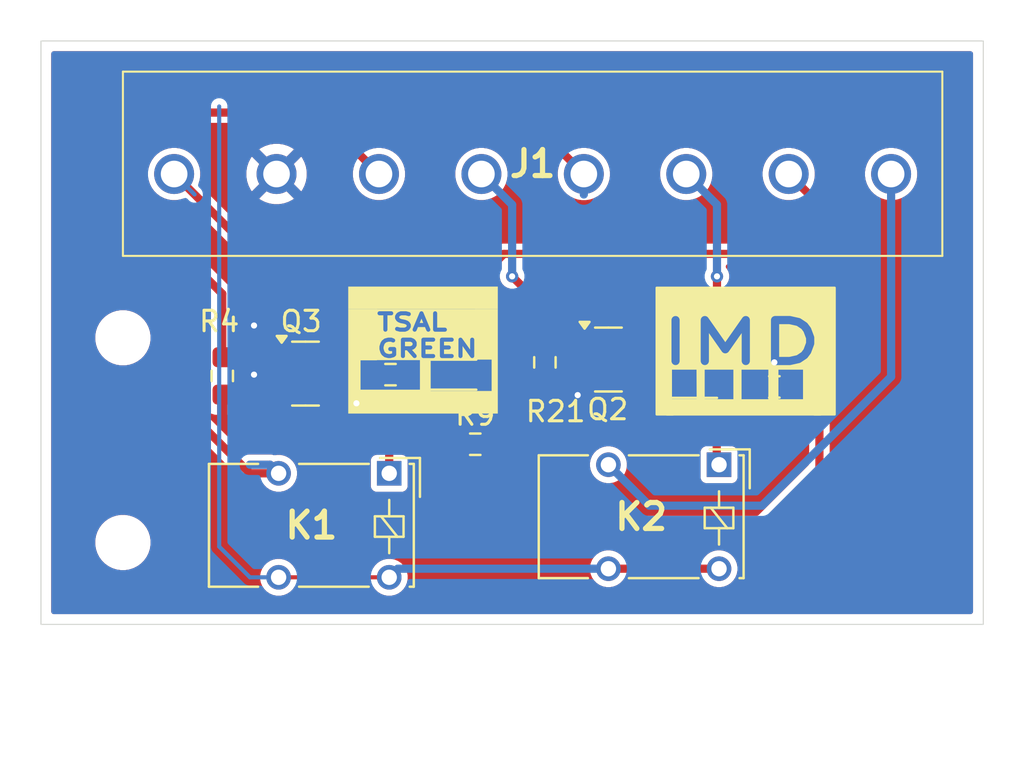
<source format=kicad_pcb>
(kicad_pcb (version 20241229) (generator "pcbnew") (generator_version "9.0")
  (layers (0 "F.Cu" signal) (2 "B.Cu" signal) (13 "F.Paste" user) (15 "B.Paste" user) (5 "F.SilkS" user "F.Silkscreen") (7 "B.SilkS" user "B.Silkscreen") (1 "F.Mask" user) (3 "B.Mask" user) (25 "Edge.Cuts" user))
  (net 0 "")
  (net 1 "+24V")
  (net 2 "Net-(D2-K)")
  (net 3 "GND")
  (net 4 "/TSAL_GREEN")
  (net 5 "/IMD")
  (net 6 "/IMD_LED")
  (net 7 "/bulb_imd+")
  (net 8 "/bulb+")
  (net 9 "/TSAL_LED")
  (net 10 "Net-(K1-COIL_1)")
  (footprint "MountingHole:MountingHole_2.2mm_M2" (layer "F.Cu") (at 83 91.5)
    (property "Reference" "H1" (hide yes))
    (property "Value" "MountingHole" (hide yes))
    (pad "" np_thru_hole circle (at 0 0) (size 2.2 2.2) (drill 2.2) (layers "*.Cu" "*.Mask"))
  )
  (footprint "MountingHole:MountingHole_2.2mm_M2" (layer "F.Cu") (at 83 81.5)
    (property "Reference" "H2" (hide yes))
    (property "Value" "MountingHole" (hide yes))
    (pad "" np_thru_hole circle (at 0 0) (size 2.2 2.2) (drill 2.2) (layers "*.Cu" "*.Mask"))
  )
  (footprint "Resistor_SMD:R_0603_1608Metric_Pad0.98x0.95mm_HandSolder" (layer "F.Cu") (at 96.0625 83.3)
    (property "Reference" "R7" (hide yes))
    (property "Value" "2.2k" (hide yes))
    (fp_line (start -0.254724 -0.5225) (end 0.254724 -0.5225) (stroke (width 0.12)) (layer "F.SilkS"))
    (fp_line (start -0.254724 0.5225) (end 0.254724 0.5225) (stroke (width 0.12)) (layer "F.SilkS"))
    (pad "1" smd roundrect (at -0.9125 0) (size 0.975 0.95) (layers "F.Cu" "F.Mask" "F.Paste") (net 10 "Net-(K1-COIL_1)"))
    (pad "2" smd roundrect (at 0.9125 0) (size 0.975 0.95) (layers "F.Cu" "F.Mask" "F.Paste") (net 2 "Net-(D2-K)"))
  )
  (footprint "Package_TO_SOT_SMD:SOT-23" (layer "F.Cu") (at 106.7 82.5625)
    (property "Reference" "Q2" (at -0.0375 2.4375 0) (layer "F.SilkS"))
    (property "Value" "~" (hide yes))
    (fp_line (start 0 -1.56) (end -0.65 -1.56) (stroke (width 0.12)) (layer "F.SilkS"))
    (fp_line (start 0 -1.56) (end 0.65 -1.56) (stroke (width 0.12)) (layer "F.SilkS"))
    (fp_line (start 0 1.56) (end -0.65 1.56) (stroke (width 0.12)) (layer "F.SilkS"))
    (fp_line (start 0 1.56) (end 0.65 1.56) (stroke (width 0.12)) (layer "F.SilkS"))
    (fp_poly (pts (xy -1.1625 -1.51) (xy -1.4025 -1.84) (xy -0.9225 -1.84)) (stroke (width 0.12)) (fill yes) (layer "F.SilkS"))
    (pad "1" smd roundrect (at -0.9375 -0.95) (size 1.475 0.6) (layers "F.Cu" "F.Mask" "F.Paste") (net 5 "/IMD"))
    (pad "2" smd roundrect (at -0.9375 0.95) (size 1.475 0.6) (layers "F.Cu" "F.Mask" "F.Paste") (net 3 "GND"))
    (pad "3" smd roundrect (at 0.9375 0) (size 1.475 0.6) (layers "F.Cu" "F.Mask" "F.Paste") (net 6 "/IMD_LED"))
  )
  (footprint "Include:IMB03ITS" (layer "F.Cu") (at 112.1 87.7 180)
    (property "Reference" "K2" (at 3.8 -2.54 0) (layer "F.SilkS") (effects (font (size 1.27 1.27) (thickness 0.254))))
    (property "Value" "IMB03ITS" (hide yes))
    (fp_line (start 8.8 0.46) (end 8.8 -5.54) (stroke (width 0.12)) (layer "F.SilkS"))
    (fp_line (start 8.8 -5.54) (end 6.4 -5.54) (stroke (width 0.12)) (layer "F.SilkS"))
    (fp_line (start 6.4 0.46) (end 8.8 0.46) (stroke (width 0.12)) (layer "F.SilkS"))
    (fp_line (start 1 0.46) (end 4.4 0.46) (stroke (width 0.12)) (layer "F.SilkS"))
    (fp_line (start 1 -5.54) (end 4.4 -5.54) (stroke (width 0.12)) (layer "F.SilkS"))
    (fp_line (start 0.7 -3.1) (end 0.7 -2.1) (stroke (width 0.12)) (layer "F.SilkS"))
    (fp_line (start 0.7 -3.1) (end -0.7 -3.1) (stroke (width 0.12)) (layer "F.SilkS"))
    (fp_line (start 0.45 0.75) (end -1.5 0.75) (stroke (width 0.12)) (layer "F.SilkS"))
    (fp_line (start 0.4 -2.1) (end -0.4 -3.1) (stroke (width 0.12)) (layer "F.SilkS"))
    (fp_line (start 0 -2.1) (end 0 -1.3) (stroke (width 0.12)) (layer "F.SilkS"))
    (fp_line (start 0 -3.1) (end 0 -3.9) (stroke (width 0.12)) (layer "F.SilkS"))
    (fp_line (start -0.7 -2.1) (end 0.7 -2.1) (stroke (width 0.12)) (layer "F.SilkS"))
    (fp_line (start -0.7 -3.1) (end -0.7 -2.1) (stroke (width 0.12)) (layer "F.SilkS"))
    (fp_line (start -1 -5.54) (end -1.2 -5.54) (stroke (width 0.12)) (layer "F.SilkS"))
    (fp_line (start -1.2 0.46) (end -1 0.46) (stroke (width 0.12)) (layer "F.SilkS"))
    (fp_line (start -1.2 -5.54) (end -1.2 0.46) (stroke (width 0.12)) (layer "F.SilkS"))
    (fp_line (start -1.5 0.75) (end -1.5 -1.15) (stroke (width 0.12)) (layer "F.SilkS"))
    (pad "1" thru_hole rect (at 0 0 180) (size 1.2 1.2) (drill 0.75) (layers "*.Cu" "*.Mask") (net 6 "/IMD_LED"))
    (pad "3" thru_hole circle (at 5.4 0 180) (size 1.2 1.2) (drill 0.75) (layers "*.Cu" "*.Mask") (net 7 "/bulb_imd+"))
    (pad "6" thru_hole circle (at 5.4 -5.08 180) (size 1.2 1.2) (drill 0.75) (layers "*.Cu" "*.Mask") (net 1 "+24V"))
    (pad "8" thru_hole circle (at 0 -5.08 180) (size 1.2 1.2) (drill 0.75) (layers "*.Cu" "*.Mask") (net 1 "+24V"))
  )
  (footprint "Resistor_SMD:R_0603_1608Metric_Pad0.98x0.95mm_HandSolder" (layer "F.Cu") (at 87.85 83.3625 90)
    (property "Reference" "R4" (at 2.6625 -0.15 180) (layer "F.SilkS"))
    (property "Value" "10k" (hide yes))
    (fp_line (start -0.254724 -0.5225) (end 0.254724 -0.5225) (stroke (width 0.12)) (layer "F.SilkS"))
    (fp_line (start -0.254724 0.5225) (end 0.254724 0.5225) (stroke (width 0.12)) (layer "F.SilkS"))
    (pad "1" smd roundrect (at -0.9125 0 90) (size 0.975 0.95) (layers "F.Cu" "F.Mask" "F.Paste") (net 3 "GND"))
    (pad "2" smd roundrect (at 0.9125 0 90) (size 0.975 0.95) (layers "F.Cu" "F.Mask" "F.Paste") (net 4 "/TSAL_GREEN"))
  )
  (footprint "Resistor_SMD:R_0603_1608Metric_Pad0.98x0.95mm_HandSolder" (layer "F.Cu") (at 100.2 86.7)
    (property "Reference" "R9" (at 0 -1.43 0) (layer "F.SilkS"))
    (property "Value" "2.2k")
    (fp_line (start -0.254724 -0.5225) (end 0.254724 -0.5225) (stroke (width 0.12)) (layer "F.SilkS"))
    (fp_line (start -0.254724 0.5225) (end 0.254724 0.5225) (stroke (width 0.12)) (layer "F.SilkS"))
    (pad "1" smd roundrect (at -0.9125 0) (size 0.975 0.95) (layers "F.Cu" "F.Mask" "F.Paste") (net 10 "Net-(K1-COIL_1)"))
    (pad "2" smd roundrect (at 0.9125 0) (size 0.975 0.95) (layers "F.Cu" "F.Mask" "F.Paste") (net 9 "/TSAL_LED"))
  )
  (footprint "LED_SMD:LED_0603_1608Metric" (layer "F.Cu") (at 111.2 83.7)
    (property "Reference" "D3" (hide yes))
    (property "Value" "LED" (hide yes))
    (fp_line (start -1.485 -0.735) (end -1.485 0.735) (stroke (width 0.12)) (layer "F.SilkS"))
    (fp_line (start -1.485 0.735) (end 0.8 0.735) (stroke (width 0.12)) (layer "F.SilkS"))
    (fp_line (start 0.8 -0.735) (end -1.485 -0.735) (stroke (width 0.12)) (layer "F.SilkS"))
    (pad "1" smd roundrect (at -0.7875 0) (size 0.875 0.95) (layers "F.Cu" "F.Mask" "F.Paste") (net 3 "GND"))
    (pad "2" smd roundrect (at 0.7875 0) (size 0.875 0.95) (layers "F.Cu" "F.Mask" "F.Paste") (net 6 "/IMD_LED"))
  )
  (footprint "LED_SMD:LED_0603_1608Metric" (layer "F.Cu") (at 99.45 83.3)
    (property "Reference" "D2" (hide yes))
    (property "Value" "LED" (hide yes))
    (fp_line (start -1.485 -0.735) (end -1.485 0.735) (stroke (width 0.12)) (layer "F.SilkS"))
    (fp_line (start -1.485 0.735) (end 0.8 0.735) (stroke (width 0.12)) (layer "F.SilkS"))
    (fp_line (start 0.8 -0.735) (end -1.485 -0.735) (stroke (width 0.12)) (layer "F.SilkS"))
    (pad "1" smd roundrect (at -0.7875 0) (size 0.875 0.95) (layers "F.Cu" "F.Mask" "F.Paste") (net 2 "Net-(D2-K)"))
    (pad "2" smd roundrect (at 0.7875 0) (size 0.875 0.95) (layers "F.Cu" "F.Mask" "F.Paste") (net 1 "+24V"))
  )
  (footprint "Package_TO_SOT_SMD:SOT-23" (layer "F.Cu") (at 91.9125 83.25)
    (property "Reference" "Q3" (at -0.2125 -2.55 0) (layer "F.SilkS"))
    (property "Value" "~" (hide yes))
    (fp_line (start 0 -1.56) (end -0.65 -1.56) (stroke (width 0.12)) (layer "F.SilkS"))
    (fp_line (start 0 -1.56) (end 0.65 -1.56) (stroke (width 0.12)) (layer "F.SilkS"))
    (fp_line (start 0 1.56) (end -0.65 1.56) (stroke (width 0.12)) (layer "F.SilkS"))
    (fp_line (start 0 1.56) (end 0.65 1.56) (stroke (width 0.12)) (layer "F.SilkS"))
    (fp_poly (pts (xy -1.1625 -1.51) (xy -1.4025 -1.84) (xy -0.9225 -1.84)) (stroke (width 0.12)) (fill yes) (layer "F.SilkS"))
    (pad "1" smd roundrect (at -0.9375 -0.95) (size 1.475 0.6) (layers "F.Cu" "F.Mask" "F.Paste") (net 4 "/TSAL_GREEN"))
    (pad "2" smd roundrect (at -0.9375 0.95) (size 1.475 0.6) (layers "F.Cu" "F.Mask" "F.Paste") (net 3 "GND"))
    (pad "3" smd roundrect (at 0.9375 0) (size 1.475 0.6) (layers "F.Cu" "F.Mask" "F.Paste") (net 10 "Net-(K1-COIL_1)"))
  )
  (footprint "Include:IMB03ITS" (layer "F.Cu") (at 96 88.12 180)
    (property "Reference" "K1" (at 3.8 -2.54 0) (layer "F.SilkS") (effects (font (size 1.27 1.27) (thickness 0.254))))
    (property "Value" "IMB03ITS" (hide yes))
    (fp_line (start 8.8 0.46) (end 8.8 -5.54) (stroke (width 0.12)) (layer "F.SilkS"))
    (fp_line (start 8.8 -5.54) (end 6.4 -5.54) (stroke (width 0.12)) (layer "F.SilkS"))
    (fp_line (start 6.4 0.46) (end 8.8 0.46) (stroke (width 0.12)) (layer "F.SilkS"))
    (fp_line (start 1 0.46) (end 4.4 0.46) (stroke (width 0.12)) (layer "F.SilkS"))
    (fp_line (start 1 -5.54) (end 4.4 -5.54) (stroke (width 0.12)) (layer "F.SilkS"))
    (fp_line (start 0.7 -3.1) (end 0.7 -2.1) (stroke (width 0.12)) (layer "F.SilkS"))
    (fp_line (start 0.7 -3.1) (end -0.7 -3.1) (stroke (width 0.12)) (layer "F.SilkS"))
    (fp_line (start 0.45 0.75) (end -1.5 0.75) (stroke (width 0.12)) (layer "F.SilkS"))
    (fp_line (start 0.4 -2.1) (end -0.4 -3.1) (stroke (width 0.12)) (layer "F.SilkS"))
    (fp_line (start 0 -2.1) (end 0 -1.3) (stroke (width 0.12)) (layer "F.SilkS"))
    (fp_line (start 0 -3.1) (end 0 -3.9) (stroke (width 0.12)) (layer "F.SilkS"))
    (fp_line (start -0.7 -2.1) (end 0.7 -2.1) (stroke (width 0.12)) (layer "F.SilkS"))
    (fp_line (start -0.7 -3.1) (end -0.7 -2.1) (stroke (width 0.12)) (layer "F.SilkS"))
    (fp_line (start -1 -5.54) (end -1.2 -5.54) (stroke (width 0.12)) (layer "F.SilkS"))
    (fp_line (start -1.2 0.46) (end -1 0.46) (stroke (width 0.12)) (layer "F.SilkS"))
    (fp_line (start -1.2 -5.54) (end -1.2 0.46) (stroke (width 0.12)) (layer "F.SilkS"))
    (fp_line (start -1.5 0.75) (end -1.5 -1.15) (stroke (width 0.12)) (layer "F.SilkS"))
    (pad "1" thru_hole rect (at 0 0 180) (size 1.2 1.2) (drill 0.75) (layers "*.Cu" "*.Mask") (net 10 "Net-(K1-COIL_1)"))
    (pad "3" thru_hole circle (at 5.4 0 180) (size 1.2 1.2) (drill 0.75) (layers "*.Cu" "*.Mask") (net 8 "/bulb+"))
    (pad "6" thru_hole circle (at 5.4 -5.08 180) (size 1.2 1.2) (drill 0.75) (layers "*.Cu" "*.Mask") (net 1 "+24V"))
    (pad "8" thru_hole circle (at 0 -5.08 180) (size 1.2 1.2) (drill 0.75) (layers "*.Cu" "*.Mask") (net 1 "+24V"))
  )
  (footprint "Resistor_SMD:R_0603_1608Metric_Pad0.98x0.95mm_HandSolder" (layer "F.Cu") (at 103.6 82.7 -90)
    (property "Reference" "R21" (at 2.4 -0.5225 180) (layer "F.SilkS"))
    (property "Value" "10k" (hide yes))
    (fp_line (start -0.254724 0.5225) (end 0.254724 0.5225) (stroke (width 0.12)) (layer "F.SilkS"))
    (fp_line (start -0.254724 -0.5225) (end 0.254724 -0.5225) (stroke (width 0.12)) (layer "F.SilkS"))
    (pad "1" smd roundrect (at -0.9125 0 270) (size 0.975 0.95) (layers "F.Cu" "F.Mask" "F.Paste") (net 5 "/IMD"))
    (pad "2" smd roundrect (at 0.9125 0 270) (size 0.975 0.95) (layers "F.Cu" "F.Mask" "F.Paste") (net 3 "GND"))
  )
  (footprint "Resistor_SMD:R_0603_1608Metric_Pad0.98x0.95mm_HandSolder" (layer "F.Cu") (at 114.8 83.9)
    (property "Reference" "R8" (hide yes))
    (property "Value" "1.1k" (hide yes))
    (fp_line (start -0.254724 -0.5225) (end 0.254724 -0.5225) (stroke (width 0.12)) (layer "F.SilkS"))
    (fp_line (start -0.254724 0.5225) (end 0.254724 0.5225) (stroke (width 0.12)) (layer "F.SilkS"))
    (pad "1" smd roundrect (at -0.9125 0) (size 0.975 0.95) (layers "F.Cu" "F.Mask" "F.Paste") (net 6 "/IMD_LED"))
    (pad "2" smd roundrect (at 0.9125 0) (size 0.975 0.95) (layers "F.Cu" "F.Mask" "F.Paste") (net 1 "+24V"))
  )
  (footprint "Include:TB00150008BE" (layer "F.Cu") (at 85.5 73.5)
    (property "Reference" "J1" (at 17.5 -0.5 0) (layer "F.SilkS") (effects (font (size 1.27 1.27) (thickness 0.254))))
    (property "Value" "Screw_Terminal_01x08" (hide yes))
    (fp_line (start -2.5 -5) (end 37.5 -5) (stroke (width 0.1)) (layer "F.SilkS"))
    (fp_line (start -2.5 4) (end -2.5 -5) (stroke (width 0.1)) (layer "F.SilkS"))
    (fp_line (start 37.5 -5) (end 37.5 4) (stroke (width 0.1)) (layer "F.SilkS"))
    (fp_line (start 37.5 4) (end -2.5 4) (stroke (width 0.1)) (layer "F.SilkS"))
    (pad "1" thru_hole circle (at 0 0) (size 1.95 1.95) (drill 1.3) (layers "*.Cu" "*.Mask") (net 1 "+24V"))
    (pad "2" thru_hole circle (at 5 0) (size 1.95 1.95) (drill 1.3) (layers "*.Cu" "*.Mask") (net 3 "GND"))
    (pad "3" thru_hole circle (at 10 0) (size 1.95 1.95) (drill 1.3) (layers "*.Cu" "*.Mask") (net 4 "/TSAL_GREEN"))
    (pad "4" thru_hole circle (at 15 0) (size 1.95 1.95) (drill 1.3) (layers "*.Cu" "*.Mask") (net 5 "/IMD"))
    (pad "5" thru_hole circle (at 20 0) (size 1.95 1.95) (drill 1.3) (layers "*.Cu" "*.Mask") (net 8 "/bulb+"))
    (pad "6" thru_hole circle (at 25 0) (size 1.95 1.95) (drill 1.3) (layers "*.Cu" "*.Mask") (net 6 "/IMD_LED"))
    (pad "7" thru_hole circle (at 30 0) (size 1.95 1.95) (drill 1.3) (layers "*.Cu" "*.Mask") (net 9 "/TSAL_LED"))
    (pad "8" thru_hole circle (at 35 0) (size 1.95 1.95) (drill 1.3) (layers "*.Cu" "*.Mask") (net 7 "/bulb_imd+"))
  )
  (gr_rect (start 79 67) (end 125 95.5) (stroke (width 0.05)) (fill no) (layer "Edge.Cuts"))
  (gr_text "IMD" (at 109 82.9 0) (layer "F.SilkS" knockout) (effects (font (size 2 3) (thickness 0.4) (bold yes)) (justify left bottom)))
  (gr_text "TSAL\nGREEN" (at 95.3 82.5 0) (layer "F.SilkS" knockout) (effects (font (size 0.8 1) (thickness 0.2) (bold yes)) (justify left bottom)))
  (segment (start 90 77.6) (end 98.6 77.6) (width 0.4) (layer "F.Cu") (net 1))
  (segment (start 100 79) (end 100 83.0625) (width 0.4) (layer "F.Cu") (net 1))
  (segment (start 90 77.6) (end 89.6 77.6) (width 0.4) (layer "F.Cu") (net 1))
  (segment (start 101.6 77.4) (end 113.6 77.4) (width 0.4) (layer "F.Cu") (net 1))
  (segment (start 100 83.0625) (end 100.2375 83.3) (width 0.4) (layer "F.Cu") (net 1))
  (segment (start 89.6 77.6) (end 85.5 73.5) (width 0.4) (layer "F.Cu") (net 1))
  (segment (start 100 79) (end 101.6 77.4) (width 0.4) (layer "F.Cu") (net 1))
  (segment (start 112.1 92.78) (end 106.7 92.78) (width 0.4) (layer "F.Cu") (net 1))
  (segment (start 89.8 77.6) (end 90 77.6) (width 0.4) (layer "F.Cu") (net 1))
  (segment (start 90.6 93.2) (end 96 93.2) (width 0.2) (layer "F.Cu") (net 1))
  (segment (start 113.6 77.4) (end 115.7125 79.5125) (width 0.4) (layer "F.Cu") (net 1))
  (segment (start 100.3875 83.3) (end 100.2375 83.3) (width 0.4) (layer "F.Cu") (net 1))
  (segment (start 115.7125 83.9) (end 115.7125 82.5125) (width 0.4) (layer "F.Cu") (net 1))
  (segment (start 115.7125 79.5125) (end 115.7125 83.9) (width 0.4) (layer "F.Cu") (net 1))
  (segment (start 98.6 77.6) (end 100 79) (width 0.4) (layer "F.Cu") (net 1))
  (segment (start 100 79) (end 100.2 79.2) (width 0.4) (layer "F.Cu") (net 1))
  (segment (start 106.7 92.78) (end 96.42 92.78) (width 0.4) (layer "B.Cu") (net 1))
  (segment (start 86.5 74.5) (end 85.5 73.5) (width 0.2) (layer "B.Cu") (net 1))
  (segment (start 89.2 93.2) (end 87.7 91.7) (width 0.2) (layer "B.Cu") (net 1))
  (segment (start 90.6 93.2) (end 89.2 93.2) (width 0.2) (layer "B.Cu") (net 1))
  (segment (start 96.42 92.78) (end 96 93.2) (width 0.4) (layer "B.Cu") (net 1))
  (segment (start 87.7 91.7) (end 87.7 70.2) (width 0.2) (layer "B.Cu") (net 1))
  (segment (start 98.5125 83.45) (end 98.6625 83.3) (width 0.4) (layer "F.Cu") (net 2))
  (segment (start 97.125 83.45) (end 98.5125 83.45) (width 0.4) (layer "F.Cu") (net 2))
  (segment (start 96.975 83.3) (end 97.125 83.45) (width 0.4) (layer "F.Cu") (net 2))
  (via (at 89.4 83.3) (size 0.6) (drill 0.3) (layers "F.Cu" "B.Cu") (net 3))
  (via (at 94.4 84.7) (size 0.6) (drill 0.3) (layers "F.Cu" "B.Cu") (net 3))
  (via (at 114.8 82.7) (size 0.6) (drill 0.3) (layers "F.Cu" "B.Cu") (net 3))
  (via (at 89.4 80.9) (size 0.6) (drill 0.3) (layers "F.Cu" "B.Cu") (net 3))
  (via (at 105.2 84.3) (size 0.6) (drill 0.3) (layers "F.Cu" "B.Cu") (net 3))
  (segment (start 88 82.3) (end 87.85 82.45) (width 0.4) (layer "F.Cu") (net 4))
  (segment (start 83.5 75) (end 83.5 72.5) (width 0.4) (layer "F.Cu") (net 4))
  (segment (start 83.5 72.5) (end 85.5 70.5) (width 0.4) (layer "F.Cu") (net 4))
  (segment (start 87.85 79.35) (end 83.5 75) (width 0.4) (layer "F.Cu") (net 4))
  (segment (start 90.975 82.3) (end 92 82.3) (width 0.4) (layer "F.Cu") (net 4))
  (segment (start 92.5 70.5) (end 95.5 73.5) (width 0.4) (layer "F.Cu") (net 4))
  (segment (start 85.5 70.5) (end 92.5 70.5) (width 0.4) (layer "F.Cu") (net 4))
  (segment (start 90.975 82.3) (end 88 82.3) (width 0.4) (layer "F.Cu") (net 4))
  (segment (start 87.85 82.45) (end 87.85 79.35) (width 0.4) (layer "F.Cu") (net 4))
  (segment (start 103.6 81.7875) (end 103.6 80.1) (width 0.4) (layer "F.Cu") (net 5))
  (segment (start 103.6 81.7875) (end 105.5875 81.7875) (width 0.4) (layer "F.Cu") (net 5))
  (segment (start 103.8 81.5875) (end 103.6 81.7875) (width 0.4) (layer "F.Cu") (net 5))
  (segment (start 103.6 80.1) (end 103 79.5) (width 0.4) (layer "F.Cu") (net 5))
  (segment (start 103 79.5) (end 102 78.5) (width 0.4) (layer "F.Cu") (net 5))
  (segment (start 105.5875 81.7875) (end 105.7625 81.6125) (width 0.4) (layer "F.Cu") (net 5))
  (via (at 102 78.5) (size 0.6) (drill 0.3) (layers "F.Cu" "B.Cu") (net 5))
  (segment (start 102 78.5) (end 102 75) (width 0.4) (layer "B.Cu") (net 5))
  (segment (start 102 75) (end 100.5 73.5) (width 0.4) (layer "B.Cu") (net 5))
  (segment (start 113.8875 83.9) (end 112.55 82.5625) (width 0.4) (layer "F.Cu") (net 6))
  (segment (start 112 78.5) (end 112 82.0125) (width 0.4) (layer "F.Cu") (net 6))
  (segment (start 113.6875 83.7) (end 111.9875 83.7) (width 0.4) (layer "F.Cu") (net 6))
  (segment (start 111.9875 87.5875) (end 112.1 87.7) (width 0.4) (layer "F.Cu") (net 6))
  (segment (start 113.8875 83.9) (end 113.6875 83.7) (width 0.4) (layer "F.Cu") (net 6))
  (segment (start 112.55 82.5625) (end 107.6375 82.5625) (width 0.4) (layer "F.Cu") (net 6))
  (segment (start 111.9875 83.7) (end 111.9875 87.5875) (width 0.4) (layer "F.Cu") (net 6))
  (segment (start 112 82.0125) (end 112.55 82.5625) (width 0.4) (layer "F.Cu") (net 6))
  (via (at 112 78.5) (size 0.6) (drill 0.3) (layers "F.Cu" "B.Cu") (net 6))
  (segment (start 112 78.5) (end 112 75) (width 0.4) (layer "B.Cu") (net 6))
  (segment (start 112 75) (end 110.5 73.5) (width 0.4) (layer "B.Cu") (net 6))
  (segment (start 120.5 83.4) (end 120.5 73.5) (width 0.4) (layer "B.Cu") (net 7))
  (segment (start 114.2 89.7) (end 120.5 83.4) (width 0.4) (layer "B.Cu") (net 7))
  (segment (start 114.2 89.7) (end 108.7 89.7) (width 0.4) (layer "B.Cu") (net 7))
  (segment (start 108.7 89.7) (end 106.7 87.7) (width 0.4) (layer "B.Cu") (net 7))
  (segment (start 90.6 88.12) (end 90.18 87.7) (width 0.4) (layer "F.Cu") (net 8))
  (segment (start 101.5 69.5) (end 85.5 69.5) (width 0.4) (layer "F.Cu") (net 8))
  (segment (start 86.5 85.42) (end 89.2 88.12) (width 0.4) (layer "F.Cu") (net 8))
  (segment (start 105.5 73.5) (end 101.5 69.5) (width 0.4) (layer "F.Cu") (net 8))
  (segment (start 90.18 87.7) (end 89.2 87.7) (width 0.4) (layer "F.Cu") (net 8))
  (segment (start 85.5 69.5) (end 82.5 72.5) (width 0.4) (layer "F.Cu") (net 8))
  (segment (start 89.2 88.12) (end 90.6 88.12) (width 0.4) (layer "F.Cu") (net 8))
  (segment (start 82.5 72.5) (end 82.5 75) (width 0.4) (layer "F.Cu") (net 8))
  (segment (start 86.5 79) (end 86.5 85.42) (width 0.4) (layer "F.Cu") (net 8))
  (segment (start 82.5 75) (end 86.5 79) (width 0.4) (layer "F.Cu") (net 8))
  (segment (start 90.18 87.7) (end 89.2 87.7) (width 0.4) (layer "B.Cu") (net 8))
  (segment (start 90.6 88.12) (end 90.18 87.7) (width 0.4) (layer "B.Cu") (net 8))
  (segment (start 105.5 74.5) (end 105.5 73.5) (width 0.4) (layer "B.Cu") (net 8))
  (segment (start 117 87.9) (end 117 75) (width 0.4) (layer "F.Cu") (net 9))
  (segment (start 101.7 86.7) (end 105.7 90.7) (width 0.4) (layer "F.Cu") (net 9))
  (segment (start 105.7 90.7) (end 114.2 90.7) (width 0.4) (layer "F.Cu") (net 9))
  (segment (start 101.1125 86.7) (end 101.7 86.7) (width 0.4) (layer "F.Cu") (net 9))
  (segment (start 114.2 90.7) (end 117 87.9) (width 0.4) (layer "F.Cu") (net 9))
  (segment (start 117 75) (end 115.5 73.5) (width 0.4) (layer "F.Cu") (net 9))
  (segment (start 96.4 84.7) (end 95.15 83.45) (width 0.4) (layer "F.Cu") (net 10))
  (segment (start 100.7 84.7) (end 96.4 84.7) (width 0.4) (layer "F.Cu") (net 10))
  (segment (start 96 86.72) (end 96 88.12) (width 0.4) (layer "F.Cu") (net 10))
  (segment (start 92.9 83.3) (end 92.85 83.25) (width 0.4) (layer "F.Cu") (net 10))
  (segment (start 95.15 83.3) (end 92.9 83.3) (width 0.4) (layer "F.Cu") (net 10))
  (segment (start 95.15 83.45) (end 95.15 83.3) (width 0.4) (layer "F.Cu") (net 10))
  (segment (start 100.7 85.2875) (end 99.2875 86.7) (width 0.4) (layer "F.Cu") (net 10))
  (segment (start 93.05 83.45) (end 92.85 83.25) (width 0.2) (layer "F.Cu") (net 10))
  (segment (start 96.4 84.7) (end 96.4 86.32) (width 0.4) (layer "F.Cu") (net 10))
  (segment (start 96.4 86.32) (end 96 86.72) (width 0.4) (layer "F.Cu") (net 10))
  (segment (start 100.7 84.7) (end 100.7 85.2875) (width 0.4) (layer "F.Cu") (net 10))
  (zone (net 3) (net_name "GND") (layers "F.Cu" "B.Cu") (connect_pads (clearance 0.3)) (min_thickness 0.25) (fill yes (thermal_gap 0.5) (thermal_bridge_width 0.5))
    (polygon (pts (xy 126 65) (xy 127 66) (xy 127 102.5) (xy 126.5 103) (xy 77 103) (xy 77 65)))
  )
  (zone (net 0) (net_name "") (layer "F.SilkS") (connect_pads (clearance 0.3)) (min_thickness 0) (fill yes (thermal_gap 0.5) (thermal_bridge_width 0.5))
    (polygon (pts (xy 100.2 80.1) (xy 100.2 82.565) (xy 101 82.565) (xy 101 84.1) (xy 98.03 84.1) (xy 97.965 84.035) (xy 97.965 82.5) (xy 97.5 82.5) (xy 97.5 84.035) (xy 94.6 84.035) (xy 94.6 82.6) (xy 95.4 82.6) (xy 95.4 80.1) (xy 94 80.1) (xy 94 85.2) (xy 101.3 85.2) (xy 101.3 80.1)))
  )
  (zone (net 0) (net_name "") (layer "F.SilkS") (connect_pads (clearance 0.3)) (min_thickness 0.1) (fill yes (thermal_gap 0.5) (thermal_bridge_width 0.5))
    (polygon (pts (xy 109.8 80.3) (xy 109.8 85.3) (xy 109 85.3) (xy 109 79) (xy 117.8 79) (xy 117.8 85.3) (xy 116.8 85.3) (xy 116.8 80.3)))
  )
  (zone (net 0) (net_name "") (layer "F.SilkS") (connect_pads (clearance 0.3)) (min_thickness 0) (fill yes (thermal_gap 0.5) (thermal_bridge_width 0.5))
    (polygon (pts (xy 94 80.1) (xy 94 79) (xy 101.3 79) (xy 101.3 80.1)))
  )
  (zone (net 0) (net_name "") (layer "F.SilkS") (connect_pads (clearance 0.3)) (min_thickness 0.1) (fill yes (thermal_gap 0.5) (thermal_bridge_width 0.5))
    (polygon (pts (xy 111 82.915) (xy 111.007776 84.5) (xy 109.8 84.5) (xy 109.8 82.9) (xy 109.6 82.9) (xy 109.6 85.3) (xy 117 85.3) (xy 117 82.9) (xy 116.2 82.9) (xy 116.2 84.5) (xy 115 84.5) (xy 115 82.9) (xy 114.5075 82.9) (xy 114.5075 84.5) (xy 113.2 84.5) (xy 113.2 82.9) (xy 112.8 82.9) (xy 112.8 84.5) (xy 111.4 84.5) (xy 111.4 82.915)))
  )
)
</source>
